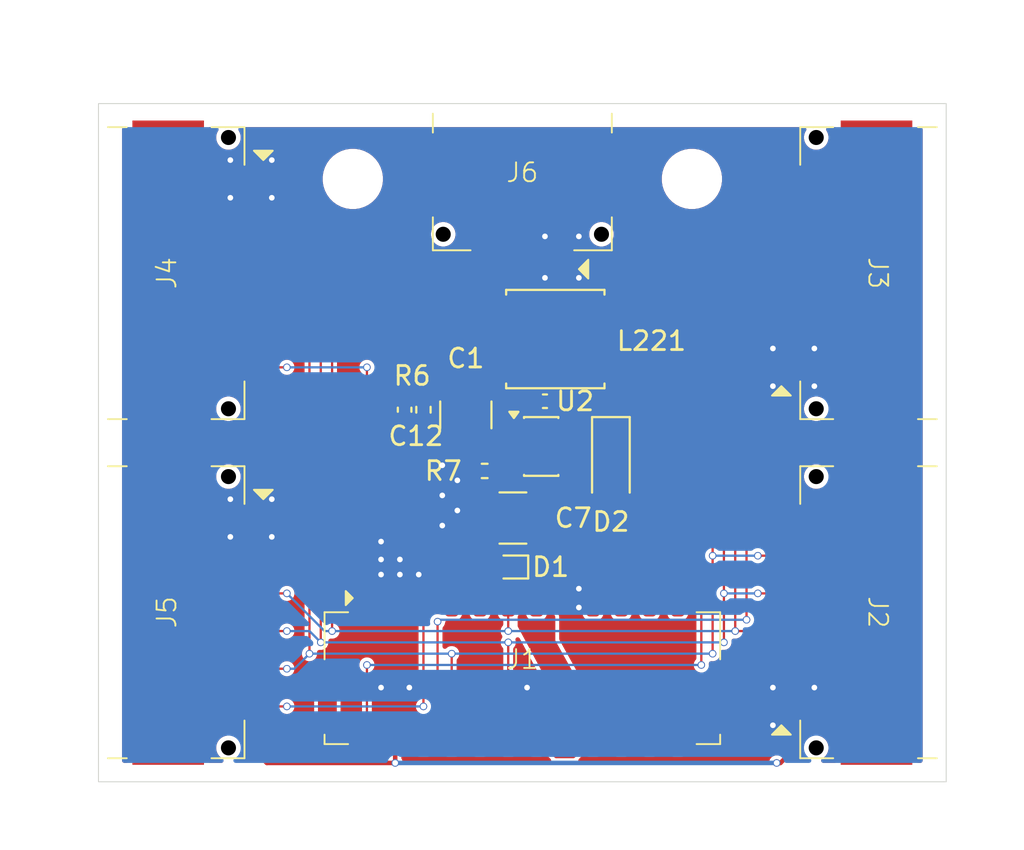
<source format=kicad_pcb>
(kicad_pcb (version 20241229) (generator "pcbnew") (generator_version "9.0")
  (layers (0 "F.Cu" signal) (2 "B.Cu" signal) (13 "F.Paste" user) (15 "B.Paste" user) (5 "F.SilkS" user "F.Silkscreen") (7 "B.SilkS" user "B.Silkscreen") (1 "F.Mask" user) (3 "B.Mask" user) (25 "Edge.Cuts" user))
  (net 0 "")
  (net 2 "GND")
  (net 4 "+3V3")
  (net 6 "/CS2")
  (net 7 "/CS0")
  (net 8 "/CS1")
  (net 12 "/CS3")
  (net 13 "/PWM")
  (net 14 "/CLK")
  (net 17 "/MISO")
  (net 19 "/MOSI")
  (net 20 "VBUS")
  (net 21 "+6V")
  (net 25 "/SW")
  (net 26 "/BST")
  (net 27 "/FB")
  (footprint "Bluesat:M2.5_Internal" (layer "F.Cu") (at 139.5 80)
    (property "Reference" "H2" (hide yes))
    (property "Value" "M2.5")
    (pad "" np_thru_hole circle (at 0 0) (size 2.7 2.7) (drill 2.7) (layers "*.Cu" "*.Mask"))
  )
  (footprint "Bluesat:SM06B-PASS" (layer "F.Cu") (at 108 103 90)
    (property "Reference" "J5" (at 0 3.625 90) (layer "F.SilkS") (effects (font (thickness 0.1))))
    (property "Value" "Conn_01x06")
    (fp_line (start 7.75 0.5) (end 7.75 1.5) (stroke (width 0.1)) (layer "F.SilkS"))
    (fp_line (start -7.75 0.5) (end -7.75 1.5) (stroke (width 0.1)) (layer "F.SilkS"))
    (fp_line (start 7.75 6) (end 7.75 7.75) (stroke (width 0.1)) (layer "F.SilkS"))
    (fp_line (start -7.75 6) (end -7.75 7.75) (stroke (width 0.1)) (layer "F.SilkS"))
    (fp_line (start 7.75 7.75) (end 5.75 7.75) (stroke (width 0.1)) (layer "F.SilkS"))
    (fp_line (start -7.75 7.75) (end -5.75 7.75) (stroke (width 0.1)) (layer "F.SilkS"))
    (fp_poly (pts (xy 6 8.75) (xy 6.5 9.25) (xy 6.5 8.25)) (stroke (width 0.1)) (fill yes) (layer "F.SilkS"))
    (pad "" smd rect (at -7.2 3.7 90) (size 1.8 3.8) (layers "F.Cu" "F.Mask" "F.Paste"))
    (pad "" np_thru_hole circle (at -7.2 6.9 90) (size 0.8 0.8) (drill 0.8) (layers "*.Mask"))
    (pad "" smd rect (at 7.2 3.7 90) (size 1.8 3.8) (layers "F.Cu" "F.Mask" "F.Paste"))
    (pad "" np_thru_hole circle (at 7.2 6.9 90) (size 0.8 0.8) (drill 0.8) (layers "*.Mask"))
    (pad "1" smd roundrect (at 5 8.1 90) (size 1 2.7) (layers "F.Cu" "F.Mask" "F.Paste") (net 2 "GND"))
    (pad "2" smd roundrect (at 3 8.1 90) (size 1 2.7) (layers "F.Cu" "F.Mask" "F.Paste") (net 4 "+3V3"))
    (pad "3" smd roundrect (at 1 8.1 90) (size 1 2.7) (layers "F.Cu" "F.Mask" "F.Paste") (net 17 "/MISO"))
    (pad "4" smd roundrect (at -1 8.1 90) (size 1 2.7) (layers "F.Cu" "F.Mask" "F.Paste") (net 19 "/MOSI"))
    (pad "5" smd roundrect (at -3 8.1 90) (size 1 2.7) (layers "F.Cu" "F.Mask" "F.Paste") (net 14 "/CLK"))
    (pad "6" smd roundrect (at -5 8.1 90) (size 1 2.7) (layers "F.Cu" "F.Mask" "F.Paste") (net 6 "/CS2"))
  )
  (footprint "Package_TO_SOT_SMD:TSOT-23-6" (layer "F.Cu") (at 131.5 94.2)
    (property "Reference" "U2" (at 1.8 -2.4 0) (layer "F.SilkS"))
    (property "Value" "MP2459GJ-Z-MS")
    (fp_line (start -0.91 -1.56) (end 0.91 -1.56) (stroke (width 0.12)) (layer "F.SilkS"))
    (fp_line (start -0.91 -1.51) (end -0.91 -1.56) (stroke (width 0.12)) (layer "F.SilkS"))
    (fp_line (start -0.91 1.56) (end -0.91 1.51) (stroke (width 0.12)) (layer "F.SilkS"))
    (fp_line (start 0.91 -1.56) (end 0.91 -1.51) (stroke (width 0.12)) (layer "F.SilkS"))
    (fp_line (start 0.91 1.51) (end 0.91 1.56) (stroke (width 0.12)) (layer "F.SilkS"))
    (fp_line (start 0.91 1.56) (end -0.91 1.56) (stroke (width 0.12)) (layer "F.SilkS"))
    (fp_poly (pts (xy -1.45 -1.51) (xy -1.69 -1.84) (xy -1.21 -1.84)) (stroke (width 0.12)) (fill yes) (layer "F.SilkS"))
    (pad "1" smd roundrect (at -1.1375 -0.95) (size 1.325 0.6) (layers "F.Cu" "F.Mask" "F.Paste") (net 26 "/BST"))
    (pad "2" smd roundrect (at -1.1375 0) (size 1.325 0.6) (layers "F.Cu" "F.Mask" "F.Paste") (net 2 "GND"))
    (pad "3" smd roundrect (at -1.1375 0.95) (size 1.325 0.6) (layers "F.Cu" "F.Mask" "F.Paste") (net 27 "/FB"))
    (pad "4" smd roundrect (at 1.1375 0.95) (size 1.325 0.6) (layers "F.Cu" "F.Mask" "F.Paste") (net 20 "VBUS"))
    (pad "5" smd roundrect (at 1.1375 0) (size 1.325 0.6) (layers "F.Cu" "F.Mask" "F.Paste") (net 20 "VBUS"))
    (pad "6" smd roundrect (at 1.1375 -0.95) (size 1.325 0.6) (layers "F.Cu" "F.Mask" "F.Paste") (net 25 "/SW"))
  )
  (footprint "Capacitor_SMD:C_0402_1005Metric" (layer "F.Cu") (at 124.25 92.25 -90)
    (property "Reference" "C12" (at 1.4 -0.6 0) (layer "F.SilkS"))
    (property "Value" "33p")
    (fp_line (start -0.107836 0.36) (end 0.107836 0.36) (stroke (width 0.12)) (layer "F.SilkS"))
    (fp_line (start -0.107836 -0.36) (end 0.107836 -0.36) (stroke (width 0.12)) (layer "F.SilkS"))
    (pad "1" smd roundrect (at -0.48 0 270) (size 0.56 0.62) (layers "F.Cu" "F.Mask" "F.Paste") (net 21 "+6V"))
    (pad "2" smd roundrect (at 0.48 0 270) (size 0.56 0.62) (layers "F.Cu" "F.Mask" "F.Paste") (net 27 "/FB"))
  )
  (footprint "Inductor_SMD:L_Changjiang_FNR5040S" (layer "F.Cu") (at 132.25 88.5)
    (property "Reference" "L221" (at 5.1 0.1 0) (layer "F.SilkS"))
    (property "Value" "15u")
    (fp_line (start -2.61 -2.61) (end 2.61 -2.61) (stroke (width 0.12)) (layer "F.SilkS"))
    (fp_line (start -2.61 -2.36) (end -2.61 -2.61) (stroke (width 0.12)) (layer "F.SilkS"))
    (fp_line (start -2.61 2.61) (end -2.61 2.36) (stroke (width 0.12)) (layer "F.SilkS"))
    (fp_line (start 2.61 -2.61) (end 2.61 -2.36) (stroke (width 0.12)) (layer "F.SilkS"))
    (fp_line (start 2.61 2.36) (end 2.61 2.61) (stroke (width 0.12)) (layer "F.SilkS"))
    (fp_line (start 2.61 2.61) (end -2.61 2.61) (stroke (width 0.12)) (layer "F.SilkS"))
    (pad "1" smd roundrect (at -1.85 0) (size 1.4 4.2) (layers "F.Cu" "F.Mask" "F.Paste") (roundrect_rratio 0.178571) (net 21 "+6V"))
    (pad "2" smd roundrect (at 1.85 0) (size 1.4 4.2) (layers "F.Cu" "F.Mask" "F.Paste") (roundrect_rratio 0.178571) (net 25 "/SW"))
  )
  (footprint "Resistor_SMD:R_0402_1005Metric" (layer "F.Cu") (at 128.5 95.5 180)
    (property "Reference" "R7" (at 2.2 0 0) (layer "F.SilkS"))
    (property "Value" "10k")
    (fp_line (start -0.153641 0.38) (end 0.153641 0.38) (stroke (width 0.12)) (layer "F.SilkS"))
    (fp_line (start -0.153641 -0.38) (end 0.153641 -0.38) (stroke (width 0.12)) (layer "F.SilkS"))
    (pad "1" smd roundrect (at -0.51 0 180) (size 0.54 0.64) (layers "F.Cu" "F.Mask" "F.Paste") (net 27 "/FB"))
    (pad "2" smd roundrect (at 0.51 0 180) (size 0.54 0.64) (layers "F.Cu" "F.Mask" "F.Paste") (net 2 "GND") (thermal_bridge_width 0.2) (thermal_gap 0.2))
  )
  (footprint "Bluesat:SM06B-PASS" (layer "F.Cu") (at 153 103 -90)
    (property "Reference" "J2" (at 0 3.625 270) (layer "F.SilkS") (effects (font (thickness 0.1))))
    (property "Value" "Conn_01x06")
    (fp_line (start -7.75 7.75) (end -5.75 7.75) (stroke (width 0.1)) (layer "F.SilkS"))
    (fp_line (start 7.75 7.75) (end 5.75 7.75) (stroke (width 0.1)) (layer "F.SilkS"))
    (fp_line (start -7.75 6) (end -7.75 7.75) (stroke (width 0.1)) (layer "F.SilkS"))
    (fp_line (start 7.75 6) (end 7.75 7.75) (stroke (width 0.1)) (layer "F.SilkS"))
    (fp_line (start -7.75 0.5) (end -7.75 1.5) (stroke (width 0.1)) (layer "F.SilkS"))
    (fp_line (start 7.75 0.5) (end 7.75 1.5) (stroke (width 0.1)) (layer "F.SilkS"))
    (fp_poly (pts (xy 6 8.75) (xy 6.5 9.25) (xy 6.5 8.25)) (stroke (width 0.1)) (fill yes) (layer "F.SilkS"))
    (pad "" smd rect (at -7.2 3.7 270) (size 1.8 3.8) (layers "F.Cu" "F.Mask" "F.Paste"))
    (pad "" np_thru_hole circle (at -7.2 6.9 270) (size 0.8 0.8) (drill 0.8) (layers "*.Mask"))
    (pad "" smd rect (at 7.2 3.7 270) (size 1.8 3.8) (layers "F.Cu" "F.Mask" "F.Paste"))
    (pad "" np_thru_hole circle (at 7.2 6.9 270) (size 0.8 0.8) (drill 0.8) (layers "*.Mask"))
    (pad "1" smd roundrect (at 5 8.1 270) (size 1 2.7) (layers "F.Cu" "F.Mask" "F.Paste") (net 2 "GND"))
    (pad "2" smd roundrect (at 3 8.1 270) (size 1 2.7) (layers "F.Cu" "F.Mask" "F.Paste") (net 4 "+3V3"))
    (pad "3" smd roundrect (at 1 8.1 270) (size 1 2.7) (layers "F.Cu" "F.Mask" "F.Paste") (net 17 "/MISO"))
    (pad "4" smd roundrect (at -1 8.1 270) (size 1 2.7) (layers "F.Cu" "F.Mask" "F.Paste") (net 19 "/MOSI"))
    (pad "5" smd roundrect (at -3 8.1 270) (size 1 2.7) (layers "F.Cu" "F.Mask" "F.Paste") (net 14 "/CLK"))
    (pad "6" smd roundrect (at -5 8.1 270) (size 1 2.7) (layers "F.Cu" "F.Mask" "F.Paste") (net 12 "/CS3"))
  )
  (footprint "Capacitor_SMD:C_0402_1005Metric" (layer "F.Cu") (at 131.7 91.8)
    (property "Reference" "C8" (hide yes))
    (property "Value" "100n")
    (fp_line (start -0.107836 -0.36) (end 0.107836 -0.36) (stroke (width 0.12)) (layer "F.SilkS"))
    (fp_line (start -0.107836 0.36) (end 0.107836 0.36) (stroke (width 0.12)) (layer "F.SilkS"))
    (pad "1" smd roundrect (at -0.48 0) (size 0.56 0.62) (layers "F.Cu" "F.Mask" "F.Paste") (net 26 "/BST"))
    (pad "2" smd roundrect (at 0.48 0) (size 0.56 0.62) (layers "F.Cu" "F.Mask" "F.Paste") (net 25 "/SW"))
  )
  (footprint "Bluesat:M2.5_Internal" (layer "F.Cu") (at 121.5 80)
    (property "Reference" "H1" (hide yes))
    (property "Value" "M2.5")
    (pad "" np_thru_hole circle (at 0 0) (size 2.7 2.7) (drill 2.7) (layers "*.Cu" "*.Mask"))
  )
  (footprint "Bluesat:BM24B-ZPDSS" (layer "F.Cu") (at 130.5 106)
    (property "Reference" "J1" (at 0 -0.5 0) (layer "F.SilkS") (effects (font (thickness 0.1))))
    (property "Value" "Conn_02x12_Odd_Even")
    (fp_line (start -10.5 -3) (end -9.25 -3) (stroke (width 0.1)) (layer "F.SilkS"))
    (fp_line (start -10.5 -0.5) (end -10.5 -3) (stroke (width 0.1)) (layer "F.SilkS"))
    (fp_line (start -10.5 3.5) (end -10.5 4) (stroke (width 0.1)) (layer "F.SilkS"))
    (fp_line (start -10.5 4) (end -9.25 4) (stroke (width 0.1)) (layer "F.SilkS"))
    (fp_line (start 9.25 -3) (end 10.5 -3) (stroke (width 0.1)) (layer "F.SilkS"))
    (fp_line (start 9.25 4) (end 10.5 4) (stroke (width 0.1)) (layer "F.SilkS"))
    (fp_line (start 10.5 -3) (end 10.5 -0.5) (stroke (width 0.1)) (layer "F.SilkS"))
    (fp_line (start 10.5 4) (end 10.5 3.5) (stroke (width 0.1)) (layer "F.SilkS"))
    (fp_poly (pts (xy -9 -3.75) (xy -9.375 -4.125) (xy -9.375 -3.375)) (stroke (width 0.1)) (fill yes) (layer "F.SilkS"))
    (pad "" smd rect (at -10.35 1.525) (size 1 2.8) (layers "F.Cu" "F.Mask" "F.Paste"))
    (pad "" smd rect (at 10.35 1.525) (size 1 2.8) (layers "F.Cu" "F.Mask" "F.Paste"))
    (pad "1" smd roundrect (at -8.25 -3.625) (size 0.7 1.7) (layers "F.Cu" "F.Mask" "F.Paste") (net 7 "/CS0"))
    (pad "2" smd roundrect (at -8.25 3.625) (size 0.7 1.7) (layers "F.Cu" "F.Mask" "F.Paste") (net 8 "/CS1"))
    (pad "3" smd roundrect (at -6.75 -3.625) (size 0.7 1.7) (layers "F.Cu" "F.Mask" "F.Paste") (net 2 "GND"))
    (pad "4" smd roundrect (at -6.75 3.625) (size 0.7 1.7) (layers "F.Cu" "F.Mask" "F.Paste") (net 4 "+3V3"))
    (pad "5" smd roundrect (at -5.25 -3.625) (size 0.7 1.7) (layers "F.Cu" "F.Mask" "F.Paste") (net 6 "/CS2"))
    (pad "6" smd roundrect (at -5.25 3.625) (size 0.7 1.7) (layers "F.Cu" "F.Mask" "F.Paste") (net 12 "/CS3"))
    (pad "7" smd roundrect (at -3.75 -3.625) (size 0.7 1.7) (layers "F.Cu" "F.Mask" "F.Paste") (net 13 "/PWM"))
    (pad "8" smd roundrect (at -3.75 3.625) (size 0.7 1.7) (layers "F.Cu" "F.Mask" "F.Paste") (net 14 "/CLK"))
    (pad "9" smd roundrect (at -2.25 -3.625) (size 0.7 1.7) (layers "F.Cu" "F.Mask" "F.Paste"))
    (pad "10" smd roundrect (at -2.25 3.625) (size 0.7 1.7) (layers "F.Cu" "F.Mask" "F.Paste"))
    (pad "11" smd roundrect (at -0.75 -3.625) (size 0.7 1.7) (layers "F.Cu" "F.Mask" "F.Paste") (net 17 "/MISO"))
    (pad "12" smd roundrect (at -0.75 3.625) (size 0.7 1.7) (layers "F.Cu" "F.Mask" "F.Paste") (net 19 "/MOSI"))
    (pad "13" smd roundrect (at 0.75 -3.625) (size 0.7 1.7) (layers "F.Cu" "F.Mask" "F.Paste"))
    (pad "14" smd roundrect (at 0.75 3.625) (size 0.7 1.7) (layers "F.Cu" "F.Mask" "F.Paste"))
    (pad "15" smd roundrect (at 2.25 -3.625) (size 0.7 1.7) (layers "F.Cu" "F.Mask" "F.Paste") (net 2 "GND"))
    (pad "16" smd roundrect (at 2.25 3.625) (size 0.7 1.7) (layers "F.Cu" "F.Mask" "F.Paste") (net 20 "VBUS"))
    (pad "17" smd roundrect (at 3.75 -3.625) (size 0.7 1.7) (layers "F.Cu" "F.Mask" "F.Paste"))
    (pad "18" smd roundrect (at 3.75 3.625) (size 0.7 1.7) (layers "F.Cu" "F.Mask" "F.Paste"))
    (pad "19" smd roundrect (at 5.25 -3.625) (size 0.7 1.7) (layers "F.Cu" "F.Mask" "F.Paste"))
    (pad "20" smd roundrect (at 5.25 3.625) (size 0.7 1.7) (layers "F.Cu" "F.Mask" "F.Paste"))
    (pad "21" smd roundrect (at 6.75 -3.625) (size 0.7 1.7) (layers "F.Cu" "F.Mask" "F.Paste"))
    (pad "22" smd roundrect (at 6.75 3.625) (size 0.7 1.7) (layers "F.Cu" "F.Mask" "F.Paste"))
    (pad "23" smd roundrect (at 8.25 -3.625) (size 0.7 1.7) (layers "F.Cu" "F.Mask" "F.Paste"))
    (pad "24" smd roundrect (at 8.25 3.625) (size 0.7 1.7) (layers "F.Cu" "F.Mask" "F.Paste"))
  )
  (footprint "Bluesat:SM06B-PASS" (layer "F.Cu") (at 108 85 90)
    (property "Reference" "J4" (at 0 3.625 90) (layer "F.SilkS") (effects (font (thickness 0.1))))
    (property "Value" "Conn_01x06")
    (fp_line (start 7.75 0.5) (end 7.75 1.5) (stroke (width 0.1)) (layer "F.SilkS"))
    (fp_line (start -7.75 0.5) (end -7.75 1.5) (stroke (width 0.1)) (layer "F.SilkS"))
    (fp_line (start 7.75 6) (end 7.75 7.75) (stroke (width 0.1)) (layer "F.SilkS"))
    (fp_line (start -7.75 6) (end -7.75 7.75) (stroke (width 0.1)) (layer "F.SilkS"))
    (fp_line (start 7.75 7.75) (end 5.75 7.75) (stroke (width 0.1)) (layer "F.SilkS"))
    (fp_line (start -7.75 7.75) (end -5.75 7.75) (stroke (width 0.1)) (layer "F.SilkS"))
    (fp_poly (pts (xy 6 8.75) (xy 6.5 9.25) (xy 6.5 8.25)) (stroke (width 0.1)) (fill yes) (layer "F.SilkS"))
    (pad "" smd rect (at -7.2 3.7 90) (size 1.8 3.8) (layers "F.Cu" "F.Mask" "F.Paste"))
    (pad "" np_thru_hole circle (at -7.2 6.9 90) (size 0.8 0.8) (drill 0.8) (layers "*.Mask"))
    (pad "" smd rect (at 7.2 3.7 90) (size 1.8 3.8) (layers "F.Cu" "F.Mask" "F.Paste"))
    (pad "" np_thru_hole circle (at 7.2 6.9 90) (size 0.8 0.8) (drill 0.8) (layers "*.Mask"))
    (pad "1" smd roundrect (at 5 8.1 90) (size 1 2.7) (layers "F.Cu" "F.Mask" "F.Paste") (net 2 "GND"))
    (pad "2" smd roundrect (at 3 8.1 90) (size 1 2.7) (layers "F.Cu" "F.Mask" "F.Paste") (net 4 "+3V3"))
    (pad "3" smd roundrect (at 1 8.1 90) (size 1 2.7) (layers "F.Cu" "F.Mask" "F.Paste") (net 17 "/MISO"))
    (pad "4" smd roundrect (at -1 8.1 90) (size 1 2.7) (layers "F.Cu" "F.Mask" "F.Paste") (net 19 "/MOSI"))
    (pad "5" smd roundrect (at -3 8.1 90) (size 1 2.7) (layers "F.Cu" "F.Mask" "F.Paste") (net 14 "/CLK"))
    (pad "6" smd roundrect (at -5 8.1 90) (size 1 2.7) (layers "F.Cu" "F.Mask" "F.Paste") (net 7 "/CS0"))
  )
  (footprint "Diode_SMD:D_SOD-123" (layer "F.Cu") (at 135.2 95 -90)
    (property "Reference" "D2" (at 3.2 0 0) (layer "F.SilkS"))
    (property "Value" "D_Schottky_Small")
    (fp_line (start -2.36 1) (end 1.65 1) (stroke (width 0.12)) (layer "F.SilkS"))
    (fp_line (start -2.36 -1) (end -2.36 1) (stroke (width 0.12)) (layer "F.SilkS"))
    (fp_line (start -2.36 -1) (end 1.65 -1) (stroke (width 0.12)) (layer "F.SilkS"))
    (pad "1" smd roundrect (at -1.65 0 270) (size 0.9 1.2) (layers "F.Cu" "F.Mask" "F.Paste") (net 25 "/SW"))
    (pad "2" smd roundrect (at 1.65 0 270) (size 0.9 1.2) (layers "F.Cu" "F.Mask" "F.Paste") (net 2 "GND"))
  )
  (footprint "Diode_SMD:D_SOD-882" (layer "F.Cu") (at 130 100.6 180)
    (property "Reference" "D1" (at -2 0 0) (layer "F.SilkS"))
    (property "Value" "D_Schottky_Small")
    (fp_line (start -0.81 0.61) (end 0.5 0.61) (stroke (width 0.12)) (layer "F.SilkS"))
    (fp_line (start -0.81 -0.61) (end 0.5 -0.61) (stroke (width 0.12)) (layer "F.SilkS"))
    (fp_line (start -0.81 -0.61) (end -0.81 0.61) (stroke (width 0.12)) (layer "F.SilkS"))
    (pad "1" smd roundrect (at -0.35 0 180) (size 0.4 0.7) (layers "F.Cu" "F.Mask") (roundrect_rratio 0.125) (net 20 "VBUS"))
    (pad "2" smd roundrect (at 0.35 0 180) (size 0.4 0.7) (layers "F.Cu" "F.Mask") (roundrect_rratio 0.125) (net 21 "+6V"))
  )
  (footprint "Capacitor_SMD:C_1210_3225Metric" (layer "F.Cu") (at 127.5 92.525 -90)
    (property "Reference" "C1" (at -3 0 0) (layer "F.SilkS"))
    (property "Value" "22u")
    (fp_line (start -0.711252 1.36) (end 0.711252 1.36) (stroke (width 0.12)) (layer "F.SilkS"))
    (fp_line (start -0.711252 -1.36) (end 0.711252 -1.36) (stroke (width 0.12)) (layer "F.SilkS"))
    (pad "1" smd roundrect (at -1.475 0 270) (size 1.15 2.7) (layers "F.Cu" "F.Mask" "F.Paste") (roundrect_rratio 0.217391) (net 21 "+6V"))
    (pad "2" smd roundrect (at 1.475 0 270) (size 1.15 2.7) (layers "F.Cu" "F.Mask" "F.Paste") (roundrect_rratio 0.217391) (net 2 "GND"))
  )
  (footprint "Bluesat:SM06B-PASS" (layer "F.Cu") (at 153 85 -90)
    (property "Reference" "J3" (at 0 3.625 270) (layer "F.SilkS") (effects (font (thickness 0.1))))
    (property "Value" "Conn_01x06")
    (fp_line (start -7.75 7.75) (end -5.75 7.75) (stroke (width 0.1)) (layer "F.SilkS"))
    (fp_line (start 7.75 7.75) (end 5.75 7.75) (stroke (width 0.1)) (layer "F.SilkS"))
    (fp_line (start -7.75 6) (end -7.75 7.75) (stroke (width 0.1)) (layer "F.SilkS"))
    (fp_line (start 7.75 6) (end 7.75 7.75) (stroke (width 0.1)) (layer "F.SilkS"))
    (fp_line (start -7.75 0.5) (end -7.75 1.5) (stroke (width 0.1)) (layer "F.SilkS"))
    (fp_line (start 7.75 0.5) (end 7.75 1.5) (stroke (width 0.1)) (layer "F.SilkS"))
    (fp_poly (pts (xy 6 8.75) (xy 6.5 9.25) (xy 6.5 8.25)) (stroke (width 0.1)) (fill yes) (layer "F.SilkS"))
    (pad "" smd rect (at -7.2 3.7 270) (size 1.8 3.8) (layers "F.Cu" "F.Mask" "F.Paste"))
    (pad "" np_thru_hole circle (at -7.2 6.9 270) (size 0.8 0.8) (drill 0.8) (layers "*.Mask"))
    (pad "" smd rect (at 7.2 3.7 270) (size 1.8 3.8) (layers "F.Cu" "F.Mask" "F.Paste"))
    (pad "" np_thru_hole circle (at 7.2 6.9 270) (size 0.8 0.8) (drill 0.8) (layers "*.Mask"))
    (pad "1" smd roundrect (at 5 8.1 270) (size 1 2.7) (layers "F.Cu" "F.Mask" "F.Paste") (net 2 "GND"))
    (pad "2" smd roundrect (at 3 8.1 270) (size 1 2.7) (layers "F.Cu" "F.Mask" "F.Paste") (net 4 "+3V3"))
    (pad "3" smd roundrect (at 1 8.1 270) (size 1 2.7) (layers "F.Cu" "F.Mask" "F.Paste") (net 17 "/MISO"))
    (pad "4" smd roundrect (at -1 8.1 270) (size 1 2.7) (layers "F.Cu" "F.Mask" "F.Paste") (net 19 "/MOSI"))
    (pad "5" smd roundrect (at -3 8.1 270) (size 1 2.7) (layers "F.Cu" "F.Mask" "F.Paste") (net 14 "/CLK"))
    (pad "6" smd roundrect (at -5 8.1 270) (size 1 2.7) (layers "F.Cu" "F.Mask" "F.Paste") (net 8 "/CS1"))
  )
  (footprint "Capacitor_SMD:C_1210_3225Metric" (layer "F.Cu") (at 130 98 180)
    (property "Reference" "C7" (at -3.2 0 0) (layer "F.SilkS"))
    (property "Value" "4u7")
    (fp_line (start -0.711252 1.36) (end 0.711252 1.36) (stroke (width 0.12)) (layer "F.SilkS"))
    (fp_line (start -0.711252 -1.36) (end 0.711252 -1.36) (stroke (width 0.12)) (layer "F.SilkS"))
    (pad "1" smd roundrect (at -1.475 0 180) (size 1.15 2.7) (layers "F.Cu" "F.Mask" "F.Paste") (roundrect_rratio 0.217391) (net 20 "VBUS"))
    (pad "2" smd roundrect (at 1.475 0 180) (size 1.15 2.7) (layers "F.Cu" "F.Mask" "F.Paste") (roundrect_rratio 0.217391) (net 2 "GND"))
  )
  (footprint "Bluesat:SM03B-PASS" (layer "F.Cu") (at 130.5 76.0375)
    (property "Reference" "J6" (at 0 3.625 0) (layer "F.SilkS") (effects (font (thickness 0.1))))
    (property "Value" "Conn_01x03")
    (fp_line (start -4.75 0.5) (end -4.75 1.5) (stroke (width 0.1)) (layer "F.SilkS"))
    (fp_line (start -4.75 6) (end -4.75 7.75) (stroke (width 0.1)) (layer "F.SilkS"))
    (fp_line (start -4.75 7.75) (end -2.75 7.75) (stroke (width 0.1)) (layer "F.SilkS"))
    (fp_line (start 4.75 0.5) (end 4.75 1.5) (stroke (width 0.1)) (layer "F.SilkS"))
    (fp_line (start 4.75 6) (end 4.75 7.75) (stroke (width 0.1)) (layer "F.SilkS"))
    (fp_line (start 4.75 7.75) (end 2.75 7.75) (stroke (width 0.1)) (layer "F.SilkS"))
    (fp_poly (pts (xy 3 8.75) (xy 3.5 9.25) (xy 3.5 8.25)) (stroke (width 0.1)) (fill yes) (layer "F.SilkS"))
    (pad "" smd rect (at -4.2 3.7) (size 1.8 3.8) (layers "F.Cu" "F.Mask" "F.Paste"))
    (pad "" np_thru_hole circle (at -4.2 6.9) (size 0.8 0.8) (drill 0.8) (layers "*.Mask"))
    (pad "" smd rect (at 4.2 3.7) (size 1.8 3.8) (layers "F.Cu" "F.Mask" "F.Paste"))
    (pad "" np_thru_hole circle (at 4.2 6.9) (size 0.8 0.8) (drill 0.8) (layers "*.Mask"))
    (pad "1" smd roundrect (at 2 8.1) (size 1 2.7) (layers "F.Cu" "F.Mask" "F.Paste") (net 2 "GND"))
    (pad "2" smd roundrect (at 0 8.1) (size 1 2.7) (layers "F.Cu" "F.Mask" "F.Paste") (net 21 "+6V"))
    (pad "3" smd roundrect (at -2 8.1) (size 1 2.7) (layers "F.Cu" "F.Mask" "F.Paste") (net 13 "/PWM"))
  )
  (footprint "Resistor_SMD:R_0402_1005Metric" (layer "F.Cu") (at 125.25 92.25 -90)
    (property "Reference" "R6" (at -1.8 0.6 0) (layer "F.SilkS"))
    (property "Value" "68k")
    (fp_line (start -0.153641 0.38) (end 0.153641 0.38) (stroke (width 0.12)) (layer "F.SilkS"))
    (fp_line (start -0.153641 -0.38) (end 0.153641 -0.38) (stroke (width 0.12)) (layer "F.SilkS"))
    (pad "1" smd roundrect (at -0.51 0 270) (size 0.54 0.64) (layers "F.Cu" "F.Mask" "F.Paste") (net 21 "+6V"))
    (pad "2" smd roundrect (at 0.51 0 270) (size 0.54 0.64) (layers "F.Cu" "F.Mask" "F.Paste") (net 27 "/FB"))
  )
  (gr_rect (start 108 76) (end 153 112) (stroke (width 0.05)) (fill no) (layer "Edge.Cuts"))
  (via (at 146 107) (size 0.4) (drill 0.3) (layers "F.Cu" "B.Cu") (net 2))
  (via (at 143.8 109) (size 0.4) (drill 0.3) (layers "F.Cu" "B.Cu") (net 2))
  (via (at 123 107) (size 0.4) (drill 0.3) (layers "F.Cu" "B.Cu") (net 2))
  (via (at 115 97) (size 0.4) (drill 0.3) (layers "F.Cu" "B.Cu") (net 2))
  (via (at 117.2 99) (size 0.4) (drill 0.3) (layers "F.Cu" "B.Cu") (net 2))
  (via (at 115 81) (size 0.4) (drill 0.3) (layers "F.Cu" "B.Cu") (net 2))
  (via (at 133.5 85.25) (size 0.4) (drill 0.3) (layers "F.Cu" "B.Cu") (net 2))
  (via (at 126.25 95.2) (size 0.4) (drill 0.3) (layers "F.Cu" "B.Cu") (net 2))
  (via (at 127.05 96) (size 0.4) (drill 0.3) (layers "F.Cu" "B.Cu") (net 2))
  (via (at 127.05 97.6) (size 0.4) (drill 0.3) (layers "F.Cu" "B.Cu") (net 2))
  (via (at 143.8 107) (size 0.4) (drill 0.3) (layers "F.Cu" "B.Cu") (net 2))
  (via (at 124.5 107) (size 0.4) (drill 0.3) (layers "F.Cu" "B.Cu") (net 2))
  (via (at 123 101) (size 0.4) (drill 0.3) (layers "F.Cu" "B.Cu") (net 2))
  (via (at 115 79) (size 0.4) (drill 0.3) (layers "F.Cu" "B.Cu") (net 2))
  (via (at 126.25 98.4) (size 0.4) (drill 0.3) (layers "F.Cu" "B.Cu") (net 2))
  (via (at 126.25 96.8) (size 0.4) (drill 0.3) (layers "F.Cu" "B.Cu") (net 2))
  (via (at 115 99) (size 0.4) (drill 0.3) (layers "F.Cu" "B.Cu") (net 2))
  (via (at 117.2 97) (size 0.4) (drill 0.3) (layers "F.Cu" "B.Cu") (net 2))
  (via (at 117.2 81) (size 0.4) (drill 0.3) (layers "F.Cu" "B.Cu") (net 2))
  (via (at 117.2 79) (size 0.4) (drill 0.3) (layers "F.Cu" "B.Cu") (net 2))
  (via (at 124 101) (size 0.4) (drill 0.3) (layers "F.Cu" "B.Cu") (net 2))
  (via (at 133.5 102.75) (size 0.4) (drill 0.3) (layers "F.Cu" "B.Cu") (net 2))
  (via (at 130.75 107) (size 0.4) (drill 0.3) (layers "F.Cu" "B.Cu") (net 2))
  (via (at 123 100.2) (size 0.4) (drill 0.3) (layers "F.Cu" "B.Cu") (net 2))
  (via (at 123 99.25) (size 0.4) (drill 0.3) (layers "F.Cu" "B.Cu") (net 2))
  (via (at 143.8 91) (size 0.4) (drill 0.3) (layers "F.Cu" "B.Cu") (net 2))
  (via (at 124 100.2) (size 0.4) (drill 0.3) (layers "F.Cu" "B.Cu") (net 2))
  (via (at 133.5 101.75) (size 0.4) (drill 0.3) (layers "F.Cu" "B.Cu") (net 2))
  (via (at 133.5 83.05) (size 0.4) (drill 0.3) (layers "F.Cu" "B.Cu") (net 2))
  (via (at 131.7 85.25) (size 0.4) (drill 0.3) (layers "F.Cu" "B.Cu") (net 2))
  (via (at 131.7 83.05) (size 0.4) (drill 0.3) (layers "F.Cu" "B.Cu") (net 2))
  (via (at 146 91) (size 0.4) (drill 0.3) (layers "F.Cu" "B.Cu") (net 2))
  (via (at 146 89) (size 0.4) (drill 0.3) (layers "F.Cu" "B.Cu") (net 2))
  (via (at 125 101) (size 0.4) (drill 0.3) (layers "F.Cu" "B.Cu") (net 2))
  (via (at 143.8 89) (size 0.4) (drill 0.3) (layers "F.Cu" "B.Cu") (net 2))
  (segment (start 146.871 108.329) (end 146.871 106.75) (width 0.24) (layer "F.Cu") (net 4))
  (segment (start 146.25 88) (end 146.871 88.621) (width 0.24) (layer "F.Cu") (net 4))
  (segment (start 144.9 88) (end 146.25 88) (width 0.24) (layer "F.Cu") (net 4))
  (segment (start 114.129 100.5) (end 114.129 99.379) (width 0.24) (layer "F.Cu") (net 4))
  (segment (start 146.871 88.621) (end 146.871 105.379) (width 0.24) (layer "F.Cu") (net 4))
  (segment (start 144.9 106) (end 146.371 106) (width 0.24) (layer "F.Cu") (net 4))
  (segment (start 114.129 108.193442) (end 114.129 100.5) (width 0.24) (layer "F.Cu") (net 4))
  (segment (start 146.371 106) (end 146.871 106.5) (width 0.24) (layer "F.Cu") (net 4))
  (segment (start 114.629 100) (end 114.129 100.5) (width 0.24) (layer "F.Cu") (net 4))
  (segment (start 116.935558 111) (end 114.129 108.193442) (width 0.24) (layer "F.Cu") (net 4))
  (segment (start 123.75 111) (end 123.75 109.625) (width 0.24) (layer "F.Cu") (net 4))
  (segment (start 116.1 82) (end 114.75 82) (width 0.24) (layer "F.Cu") (net 4))
  (segment (start 114.129 82.621) (end 114.129 99.379) (width 0.24) (layer "F.Cu") (net 4))
  (segment (start 114.75 82) (end 114.129 82.621) (width 0.24) (layer "F.Cu") (net 4))
  (segment (start 123.75 111) (end 116.935558 111) (width 0.24) (layer "F.Cu") (net 4))
  (segment (start 144 111) (end 144.2 111) (width 0.24) (layer "F.Cu") (net 4))
  (segment (start 146.871 106.5) (end 146.871 105.379) (width 0.24) (layer "F.Cu") (net 4))
  (segment (start 116.1 100) (end 114.629 100) (width 0.24) (layer "F.Cu") (net 4))
  (segment (start 144.2 111) (end 146.871 108.329) (width 0.24) (layer "F.Cu") (net 4))
  (segment (start 146.871 106.75) (end 146.871 106.5) (width 0.24) (layer "F.Cu") (net 4))
  (via (at 123.75 111) (size 0.4) (drill 0.3) (layers "F.Cu" "B.Cu") (net 4))
  (via (at 144 111) (size 0.4) (drill 0.3) (layers "F.Cu" "B.Cu") (net 4))
  (segment (start 144 111) (end 123.75 111) (width 0.24) (layer "B.Cu") (net 4))
  (segment (start 116.1 108) (end 118 108) (width 0.12) (layer "F.Cu") (net 6))
  (segment (start 125.25 108) (end 125.25 102.875) (width 0.12) (layer "F.Cu") (net 6))
  (via (at 118 108) (size 0.4) (drill 0.3) (layers "F.Cu" "B.Cu") (net 6))
  (via (at 125.25 108) (size 0.4) (drill 0.3) (layers "F.Cu" "B.Cu") (net 6))
  (segment (start 118 108) (end 125.25 108) (width 0.12) (layer "B.Cu") (net 6))
  (segment (start 116.1 90) (end 118 90) (width 0.12) (layer "F.Cu") (net 7))
  (segment (start 122.25 90) (end 122.25 101.875) (width 0.12) (layer "F.Cu") (net 7))
  (via (at 122.25 90) (size 0.4) (drill 0.3) (layers "F.Cu" "B.Cu") (net 7))
  (via (at 118 90) (size 0.4) (drill 0.3) (layers "F.Cu" "B.Cu") (net 7))
  (segment (start 118 90) (end 122.25 90) (width 0.12) (layer "B.Cu") (net 7))
  (segment (start 122.25 105.8) (end 122.25 109.625) (width 0.12) (layer "F.Cu") (net 8))
  (segment (start 143.55 80) (end 144.9 80) (width 0.12) (layer "F.Cu") (net 8))
  (segment (start 140 105.8) (end 140 83.55) (width 0.12) (layer "F.Cu") (net 8))
  (segment (start 140 83.55) (end 143.55 80) (width 0.12) (layer "F.Cu") (net 8))
  (via (at 122.25 105.8) (size 0.4) (drill 0.3) (layers "F.Cu" "B.Cu") (net 8))
  (via (at 140 105.8) (size 0.4) (drill 0.3) (layers "F.Cu" "B.Cu") (net 8))
  (segment (start 122.25 105.8) (end 140 105.8) (width 0.12) (layer "B.Cu") (net 8))
  (segment (start 142.4 99) (end 143.4 98) (width 0.12) (layer "F.Cu") (net 12))
  (segment (start 126 108.875) (end 126 103.5) (width 0.12) (layer "F.Cu") (net 12))
  (segment (start 125.25 109.625) (end 126 108.875) (width 0.12) (layer "F.Cu") (net 12))
  (segment (start 143.4 98) (end 144.9 98) (width 0.12) (layer "F.Cu") (net 12))
  (segment (start 142.4 103.4) (end 142.4 99) (width 0.12) (layer "F.Cu") (net 12))
  (via (at 126 103.5) (size 0.4) (drill 0.3) (layers "F.Cu" "B.Cu") (net 12))
  (via (at 142.4 103.4) (size 0.4) (drill 0.3) (layers "F.Cu" "B.Cu") (net 12))
  (segment (start 126.1 103.4) (end 142.4 103.4) (width 0.12) (layer "B.Cu") (net 12))
  (segment (start 126 103.5) (end 126.1 103.4) (width 0.12) (layer "B.Cu") (net 12))
  (segment (start 128.5 83.1) (end 128.5 85.9) (width 0.12) (layer "F.Cu") (net 13))
  (segment (start 126.75 101.35) (end 123 97.6) (width 0.12) (layer "F.Cu") (net 13))
  (segment (start 123 89.8) (end 123 97.6) (width 0.12) (layer "F.Cu") (net 13))
  (segment (start 123.8 89) (end 123 89.8) (width 0.12) (layer "F.Cu") (net 13))
  (segment (start 125.4 89) (end 123.8 89) (width 0.12) (layer "F.Cu") (net 13))
  (segment (start 128.5 85.9) (end 125.4 89) (width 0.12) (layer "F.Cu") (net 13))
  (segment (start 126.75 102.375) (end 126.75 101.35) (width 0.12) (layer "F.Cu") (net 13))
  (segment (start 117.6 88) (end 116.1 88) (width 0.12) (layer "F.Cu") (net 14))
  (segment (start 119.2 105.2) (end 119.2 89.6) (width 0.12) (layer "F.Cu") (net 14))
  (segment (start 143.55 82) (end 144.9 82) (width 0.12) (layer "F.Cu") (net 14))
  (segment (start 126.75 105.2) (end 126.75 109.625) (width 0.12) (layer "F.Cu") (net 14))
  (segment (start 144.9 100) (end 143 100) (width 0.12) (layer "F.Cu") (net 14))
  (segment (start 116.1 106) (end 118 106) (width 0.12) (layer "F.Cu") (net 14))
  (segment (start 140.6 100) (end 140.6 105.2) (width 0.12) (layer "F.Cu") (net 14))
  (segment (start 140.6 100) (end 140.6 84.95) (width 0.12) (layer "F.Cu") (net 14))
  (segment (start 140.6 84.95) (end 143.55 82) (width 0.12) (layer "F.Cu") (net 14))
  (segment (start 119.2 89.6) (end 117.6 88) (width 0.12) (layer "F.Cu") (net 14))
  (via (at 140.6 105.2) (size 0.4) (drill 0.3) (layers "F.Cu" "B.Cu") (net 14))
  (via (at 143 100) (size 0.4) (drill 0.3) (layers "F.Cu" "B.Cu") (net 14))
  (via (at 140.6 100) (size 0.4) (drill 0.3) (layers "F.Cu" "B.Cu") (net 14))
  (via (at 118 106) (size 0.4) (drill 0.3) (layers "F.Cu" "B.Cu") (net 14))
  (via (at 119.2 105.2) (size 0.4) (drill 0.3) (layers "F.Cu" "B.Cu") (net 14))
  (via (at 126.75 105.2) (size 0.4) (drill 0.3) (layers "F.Cu" "B.Cu") (net 14))
  (segment (start 140.6 100) (end 143 100) (width 0.12) (layer "B.Cu") (net 14))
  (segment (start 119.2 105.2) (end 126.75 105.2) (width 0.12) (layer "B.Cu") (net 14))
  (segment (start 126.75 105.2) (end 140.6 105.2) (width 0.12) (layer "B.Cu") (net 14))
  (segment (start 118.4 106) (end 119.2 105.2) (width 0.12) (layer "B.Cu") (net 14))
  (segment (start 118 106) (end 118.4 106) (width 0.12) (layer "B.Cu") (net 14))
  (segment (start 129.75 102.375) (end 129.75 104) (width 0.12) (layer "F.Cu") (net 17))
  (segment (start 117.45 84) (end 116.1 84) (width 0.12) (layer "F.Cu") (net 17))
  (segment (start 120.4 103.999997) (end 120.4 102) (width 0.12) (layer "F.Cu") (net 17))
  (segment (start 144.9 86) (end 143.4 86) (width 0.12) (layer "F.Cu") (net 17))
  (segment (start 143.4 86) (end 141.8 87.6) (width 0.12) (layer "F.Cu") (net 17))
  (segment (start 120.4 86.95) (end 117.45 84) (width 0.12) (layer "F.Cu") (net 17))
  (segment (start 116.1 102) (end 118 102) (width 0.12) (layer "F.Cu") (net 17))
  (segment (start 141.8 87.6) (end 141.8 104) (width 0.12) (layer "F.Cu") (net 17))
  (segment (start 144.9 104) (end 141.8 104) (width 0.12) (layer "F.Cu") (net 17))
  (segment (start 120.400003 104) (end 120.4 103.999997) (width 0.12) (layer "F.Cu") (net 17))
  (segment (start 120.4 102) (end 120.4 86.95) (width 0.12) (layer "F.Cu") (net 17))
  (via (at 120.400003 104) (size 0.4) (drill 0.3) (layers "F.Cu" "B.Cu") (net 17))
  (via (at 129.75 104) (size 0.4) (drill 0.3) (layers "F.Cu" "B.Cu") (net 17))
  (via (at 118 102) (size 0.4) (drill 0.3) (layers "F.Cu" "B.Cu") (net 17))
  (via (at 141.8 104) (size 0.4) (drill 0.3) (layers "F.Cu" "B.Cu") (net 17))
  (segment (start 129.75 104) (end 141.8 104) (width 0.12) (layer "B.Cu") (net 17))
  (segment (start 120.400003 104) (end 120 104) (width 0.12) (layer "B.Cu") (net 17))
  (segment (start 129.75 104) (end 120.400003 104) (width 0.12) (layer "B.Cu") (net 17))
  (segment (start 120 104) (end 118 102) (width 0.12) (layer "B.Cu") (net 17))
  (segment (start 117.45 86) (end 116.1 86) (width 0.12) (layer "F.Cu") (net 19))
  (segment (start 141.2 101.94) (end 141.2 86.2) (width 0.12) (layer "F.Cu") (net 19))
  (segment (start 116.1 104) (end 118 104) (width 0.12) (layer "F.Cu") (net 19))
  (segment (start 141.2 86.2) (end 143.4 84) (width 0.12) (layer "F.Cu") (net 19))
  (segment (start 143.4 84) (end 144.9 84) (width 0.12) (layer "F.Cu") (net 19))
  (segment (start 129.75 109.125) (end 129.75 104.6) (width 0.12) (layer "F.Cu") (net 19))
  (segment (start 141.2 102) (end 141.2 104.6) (width 0.12) (layer "F.Cu") (net 19))
  (segment (start 119.8 104.6) (end 119.8 88.35) (width 0.12) (layer "F.Cu") (net 19))
  (segment (start 119.8 88.35) (end 117.45 86) (width 0.12) (layer "F.Cu") (net 19))
  (segment (start 144.9 102) (end 143 102) (width 0.12) (layer "F.Cu") (net 19))
  (via (at 119.8 104.6) (size 0.4) (drill 0.3) (layers "F.Cu" "B.Cu") (net 19))
  (via (at 129.75 104.6) (size 0.4) (drill 0.3) (layers "F.Cu" "B.Cu") (net 19))
  (via (at 141.2 102) (size 0.4) (drill 0.3) (layers "F.Cu" "B.Cu") (net 19))
  (via (at 143 102) (size 0.4) (drill 0.3) (layers "F.Cu" "B.Cu") (net 19))
  (via (at 118 104) (size 0.4) (drill 0.3) (layers "F.Cu" "B.Cu") (net 19))
  (via (at 141.2 104.6) (size 0.4) (drill 0.3) (layers "F.Cu" "B.Cu") (net 19))
  (segment (start 119.8 104.6) (end 119.2 104) (width 0.12) (layer "B.Cu") (net 19))
  (segment (start 119.8 104.6) (end 129.75 104.6) (width 0.12) (layer "B.Cu") (net 19))
  (segment (start 129.75 104.6) (end 141.2 104.6) (width 0.12) (layer "B.Cu") (net 19))
  (segment (start 119.2 104) (end 118 104) (width 0.12) (layer "B.Cu") (net 19))
  (segment (start 141.2 102) (end 143 102) (width 0.12) (layer "B.Cu") (net 19))
  (segment (start 123.569 97.364384) (end 123.569 91.031) (width 0.24) (layer "F.Cu") (net 21))
  (segment (start 126.804616 100.6) (end 123.569 97.364384) (width 0.24) (layer "F.Cu") (net 21))
  (segment (start 129.65 100.6) (end 126.804616 100.6) (width 0.24) (layer "F.Cu") (net 21))
  (segment (start 123.569 91.031) (end 124 90.6) (width 0.24) (layer "F.Cu") (net 21))
  (segment (start 125.25 92.76) (end 124.28 92.76) (width 0.2) (layer "F.Cu") (net 27))
  (segment (start 130.3625 95.15) (end 129.36 95.15) (width 0.24) (layer "F.Cu") (net 27))
  (segment (start 126.979 100.179) (end 125.25 98.45) (width 0.2) (layer "F.Cu") (net 27))
  (segment (start 129.36 95.15) (end 129.01 95.5) (width 0.24) (layer "F.Cu") (net 27))
  (segment (start 124.28 92.76) (end 124.25 92.73) (width 0.2) (layer "F.Cu") (net 27))
  (segment (start 130.3625 95.15) (end 130.3625 98.8675) (width 0.24) (layer "F.Cu") (net 27))
  (segment (start 130.3625 98.8675) (end 129.071 100.159) (width 0.24) (layer "F.Cu") (net 27))
  (segment (start 125.25 98.45) (end 125.25 92.76) (width 0.2) (layer "F.Cu") (net 27))
  (segment (start 129.071 100.179) (end 126.979 100.179) (width 0.2) (layer "F.Cu") (net 27))
  (zone (net 21) (net_name "+6V") (layer "F.Cu") (priority 3) (connect_pads yes (clearance 0)) (min_thickness 0.12) (fill yes (thermal_gap 0.2) (thermal_bridge_width 0.12))
    (polygon (pts (xy 129.5 85.25) (xy 129.5 83) (xy 129.8 82.75) (xy 131 82.75) (xy 131.25 83) (xy 131.25 91.25) (xy 130 91.25) (xy 129 92.25) (xy 124 92.25) (xy 123.79 92) (xy 123.75 89.75) (xy 124 89.5) (xy 125.25 89.5)))
  )
  (zone (net 25) (net_name "/SW") (layer "F.Cu") (priority 2) (connect_pads yes (clearance 0)) (min_thickness 0.12) (fill yes (thermal_gap 0.2) (thermal_bridge_width 0.12))
    (polygon (pts (xy 133.2 86.2) (xy 135.2 86.2) (xy 135.4 86.4) (xy 135.4 92.4) (xy 136 93) (xy 136 93.75) (xy 135.5 94.25) (xy 134.75 94.25) (xy 134.25 93.75) (xy 132 93.8) (xy 131.6 93.4) (xy 131.6 91.6) (xy 132.2 91) (xy 132.8 91) (xy 133 90.8) (xy 133 86.4)))
  )
  (zone (net 20) (net_name "VBUS") (layer "F.Cu") (priority 5) (connect_pads yes (clearance 0)) (min_thickness 0.12) (fill yes (thermal_gap 0.2) (thermal_bridge_width 0.12))
    (polygon (pts (xy 131.75 93.75) (xy 134.25 93.75) (xy 134.5 94) (xy 134.5 95.75) (xy 134 96.25) (xy 134 99.2) (xy 130.3 99.25) (xy 130.3 95.9) (xy 131.25 95) (xy 131.25 93.75)))
  )
  (zone (net 0) (net_name "") (layer "F.Cu") (connect_pads yes (clearance 0)) (min_thickness 0.25)
    (keepout (tracks not_allowed) (vias not_allowed) (pads not_allowed) (copperpour not_allowed) (footprints allowed))
    (fill (thermal_gap 0.5) (thermal_bridge_width 0.5) (smoothing chamfer) (radius 1))
    (polygon (pts (xy 131.4 86.025211) (xy 133 86.025211) (xy 133 90.8) (xy 131.4 90.8)))
  )
  (zone (net 20) (net_name "VBUS") (layer "F.Cu") (priority 6) (connect_pads yes (clearance 0.1)) (min_thickness 0.12) (fill yes (thermal_gap 0.1) (thermal_bridge_width 0.12))
    (polygon (pts (xy 133.25 110.75) (xy 132.25 110.75) (xy 132 110.5) (xy 132 107) (xy 130.25 103.75) (xy 130.25 99.25) (xy 134 99.2) (xy 132.25 100.45) (xy 132.25 104.5) (xy 133.5 106.75) (xy 133.5 110.5)))
  )
  (zone (net 26) (net_name "/BST") (layer "F.Cu") (priority 4) (connect_pads yes (clearance 0)) (min_thickness 0.12) (fill yes (thermal_gap 0.2) (thermal_bridge_width 0.12))
    (polygon (pts (xy 131.4 91.4) (xy 131.6 91.6) (xy 131.6 93.4) (xy 131.4 93.6) (xy 129.6 93.6) (xy 129.4 93.4) (xy 129.4 92) (xy 130 91.4)))
  )
  (zone (net 2) (net_name "GND") (layers "F.Cu" "B.Cu") (connect_pads yes (clearance 0.2)) (min_thickness 0.25) (fill yes (thermal_gap 0.5) (thermal_bridge_width 0.5))
    (polygon (pts (xy 109.25 77.25) (xy 109.25 111) (xy 151.75 111) (xy 151.75 77.25)))
  )
)
</source>
